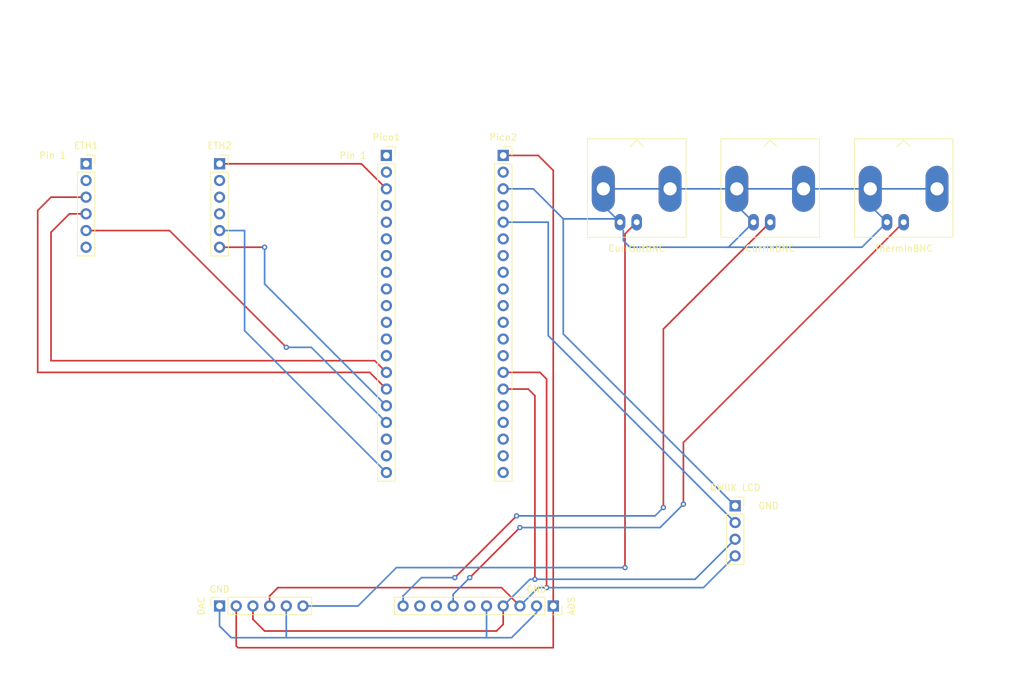
<source format=kicad_pcb>
(kicad_pcb (version 20171130) (host pcbnew "(5.1.10)-1")

  (general
    (thickness 1.6)
    (drawings 5)
    (tracks 129)
    (zones 0)
    (modules 10)
    (nets 1)
  )

  (page A4)
  (layers
    (0 F.Cu signal)
    (31 B.Cu signal)
    (32 B.Adhes user)
    (33 F.Adhes user)
    (34 B.Paste user)
    (35 F.Paste user)
    (36 B.SilkS user)
    (37 F.SilkS user)
    (38 B.Mask user)
    (39 F.Mask user)
    (40 Dwgs.User user)
    (41 Cmts.User user)
    (42 Eco1.User user)
    (43 Eco2.User user)
    (44 Edge.Cuts user)
    (45 Margin user)
    (46 B.CrtYd user)
    (47 F.CrtYd user)
    (48 B.Fab user)
    (49 F.Fab user)
  )

  (setup
    (last_trace_width 0.25)
    (trace_clearance 0.2)
    (zone_clearance 0.508)
    (zone_45_only no)
    (trace_min 0.2)
    (via_size 0.8)
    (via_drill 0.4)
    (via_min_size 0.4)
    (via_min_drill 0.3)
    (uvia_size 0.3)
    (uvia_drill 0.1)
    (uvias_allowed no)
    (uvia_min_size 0.2)
    (uvia_min_drill 0.1)
    (edge_width 0.05)
    (segment_width 0.2)
    (pcb_text_width 0.3)
    (pcb_text_size 1.5 1.5)
    (mod_edge_width 0.12)
    (mod_text_size 1 1)
    (mod_text_width 0.15)
    (pad_size 1.524 1.524)
    (pad_drill 0.762)
    (pad_to_mask_clearance 0)
    (aux_axis_origin 0 0)
    (visible_elements FFFFFF7F)
    (pcbplotparams
      (layerselection 0x010fc_ffffffff)
      (usegerberextensions false)
      (usegerberattributes true)
      (usegerberadvancedattributes true)
      (creategerberjobfile true)
      (excludeedgelayer true)
      (linewidth 0.100000)
      (plotframeref false)
      (viasonmask false)
      (mode 1)
      (useauxorigin false)
      (hpglpennumber 1)
      (hpglpenspeed 20)
      (hpglpendiameter 15.000000)
      (psnegative false)
      (psa4output false)
      (plotreference true)
      (plotvalue true)
      (plotinvisibletext false)
      (padsonsilk false)
      (subtractmaskfromsilk false)
      (outputformat 1)
      (mirror false)
      (drillshape 1)
      (scaleselection 1)
      (outputdirectory ""))
  )

  (net 0 "")

  (net_class Default "This is the default net class."
    (clearance 0.2)
    (trace_width 0.25)
    (via_dia 0.8)
    (via_drill 0.4)
    (uvia_dia 0.3)
    (uvia_drill 0.1)
  )

  (module Connector_Coaxial:BNC_Amphenol_B6252HB-NPP3G-50_Horizontal (layer F.Cu) (tedit 5C13907B) (tstamp 60D3E17E)
    (at 274.32 25.4)
    (descr http://www.farnell.com/datasheets/612848.pdf)
    (tags "BNC Amphenol Horizontal")
    (fp_text reference ThermInBNC (at 0 4) (layer F.SilkS)
      (effects (font (size 1 1) (thickness 0.15)))
    )
    (fp_text value BNC_Amphenol_B6252HB-NPP3G-50_Horizontal (at 0 6 180) (layer F.Fab)
      (effects (font (size 1 1) (thickness 0.15)))
    )
    (fp_text user %R (at 0 0) (layer F.Fab)
      (effects (font (size 1 1) (thickness 0.15)))
    )
    (fp_line (start -5 -20) (end 5 -21) (layer F.Fab) (width 0.1))
    (fp_line (start -5 -19) (end 5 -20) (layer F.Fab) (width 0.1))
    (fp_line (start -5 -18) (end 5 -19) (layer F.Fab) (width 0.1))
    (fp_line (start -5 -17) (end 5 -18) (layer F.Fab) (width 0.1))
    (fp_line (start -5 -16) (end 5 -17) (layer F.Fab) (width 0.1))
    (fp_line (start -5 -15) (end 5 -16) (layer F.Fab) (width 0.1))
    (fp_circle (center 0 -28.07) (end 1 -28.07) (layer F.Fab) (width 0.1))
    (fp_line (start 4.8 -21.4) (end 4.8 -33.3) (layer F.Fab) (width 0.1))
    (fp_line (start 4.8 -33.3) (end -4.8 -33.3) (layer F.Fab) (width 0.1))
    (fp_line (start -4.8 -33.3) (end -4.8 -21.4) (layer F.Fab) (width 0.1))
    (fp_line (start 6.35 -12.7) (end 6.35 -21.4) (layer F.Fab) (width 0.1))
    (fp_line (start 6.35 -21.4) (end -6.35 -21.4) (layer F.Fab) (width 0.1))
    (fp_line (start -6.35 -21.4) (end -6.35 -12.7) (layer F.Fab) (width 0.1))
    (fp_line (start -7.35 2.2) (end 7.35 2.2) (layer F.Fab) (width 0.1))
    (fp_line (start 7.35 2.2) (end 7.35 -12.7) (layer F.Fab) (width 0.1))
    (fp_line (start 7.35 -12.7) (end -7.35 -12.7) (layer F.Fab) (width 0.1))
    (fp_line (start -7.35 -12.7) (end -7.35 2.2) (layer F.Fab) (width 0.1))
    (fp_line (start -5 -14) (end 5 -15) (layer F.Fab) (width 0.1))
    (fp_line (start -7.5 -12.7) (end 7.5 -12.7) (layer F.SilkS) (width 0.12))
    (fp_line (start 7.5 -12.7) (end 7.5 2.3) (layer F.SilkS) (width 0.12))
    (fp_line (start 7.5 2.3) (end -7.5 2.3) (layer F.SilkS) (width 0.12))
    (fp_line (start -7.5 2.3) (end -7.5 -12.7) (layer F.SilkS) (width 0.12))
    (fp_line (start -7.85 2.7) (end 7.85 2.7) (layer F.CrtYd) (width 0.05))
    (fp_line (start -7.85 2.7) (end -7.85 -33.8) (layer F.CrtYd) (width 0.05))
    (fp_line (start 7.85 -33.8) (end -7.85 -33.8) (layer F.CrtYd) (width 0.05))
    (fp_line (start 7.85 2.7) (end 7.85 -33.8) (layer F.CrtYd) (width 0.05))
    (fp_line (start 0 -12.5) (end -1 -11.5) (layer F.SilkS) (width 0.12))
    (fp_line (start 0 -12.5) (end 1 -11.5) (layer F.SilkS) (width 0.12))
    (pad 2 thru_hole oval (at -2.54 0) (size 1.6 2.5) (drill 0.89) (layers *.Cu *.Mask))
    (pad 1 thru_hole oval (at 0 0) (size 1.6 2.5) (drill 0.89) (layers *.Cu *.Mask))
    (pad 2 thru_hole oval (at 5.08 -5.08) (size 3.5 7) (drill 2.01) (layers *.Cu *.Mask))
    (pad 2 thru_hole oval (at -5.08 -5.08) (size 3.5 7) (drill 2.01) (layers *.Cu *.Mask))
    (model ${KISYS3DMOD}/Connector_Coaxial.3dshapes/BNC_Amphenol_B6252HB-NPP3G-50_Horizontal.wrl
      (at (xyz 0 0 0))
      (scale (xyz 1 1 1))
      (rotate (xyz 0 0 0))
    )
  )

  (module Connector_Coaxial:BNC_Amphenol_B6252HB-NPP3G-50_Horizontal (layer F.Cu) (tedit 5C13907B) (tstamp 60D3E0C9)
    (at 254 25.4)
    (descr http://www.farnell.com/datasheets/612848.pdf)
    (tags "BNC Amphenol Horizontal")
    (fp_text reference CurrInBNC (at 0 4) (layer F.SilkS)
      (effects (font (size 1 1) (thickness 0.15)))
    )
    (fp_text value BNC_Amphenol_B6252HB-NPP3G-50_Horizontal (at 0 6 180) (layer F.Fab)
      (effects (font (size 1 1) (thickness 0.15)))
    )
    (fp_text user %R (at 0 0) (layer F.Fab)
      (effects (font (size 1 1) (thickness 0.15)))
    )
    (fp_line (start -5 -20) (end 5 -21) (layer F.Fab) (width 0.1))
    (fp_line (start -5 -19) (end 5 -20) (layer F.Fab) (width 0.1))
    (fp_line (start -5 -18) (end 5 -19) (layer F.Fab) (width 0.1))
    (fp_line (start -5 -17) (end 5 -18) (layer F.Fab) (width 0.1))
    (fp_line (start -5 -16) (end 5 -17) (layer F.Fab) (width 0.1))
    (fp_line (start -5 -15) (end 5 -16) (layer F.Fab) (width 0.1))
    (fp_circle (center 0 -28.07) (end 1 -28.07) (layer F.Fab) (width 0.1))
    (fp_line (start 4.8 -21.4) (end 4.8 -33.3) (layer F.Fab) (width 0.1))
    (fp_line (start 4.8 -33.3) (end -4.8 -33.3) (layer F.Fab) (width 0.1))
    (fp_line (start -4.8 -33.3) (end -4.8 -21.4) (layer F.Fab) (width 0.1))
    (fp_line (start 6.35 -12.7) (end 6.35 -21.4) (layer F.Fab) (width 0.1))
    (fp_line (start 6.35 -21.4) (end -6.35 -21.4) (layer F.Fab) (width 0.1))
    (fp_line (start -6.35 -21.4) (end -6.35 -12.7) (layer F.Fab) (width 0.1))
    (fp_line (start -7.35 2.2) (end 7.35 2.2) (layer F.Fab) (width 0.1))
    (fp_line (start 7.35 2.2) (end 7.35 -12.7) (layer F.Fab) (width 0.1))
    (fp_line (start 7.35 -12.7) (end -7.35 -12.7) (layer F.Fab) (width 0.1))
    (fp_line (start -7.35 -12.7) (end -7.35 2.2) (layer F.Fab) (width 0.1))
    (fp_line (start -5 -14) (end 5 -15) (layer F.Fab) (width 0.1))
    (fp_line (start -7.5 -12.7) (end 7.5 -12.7) (layer F.SilkS) (width 0.12))
    (fp_line (start 7.5 -12.7) (end 7.5 2.3) (layer F.SilkS) (width 0.12))
    (fp_line (start 7.5 2.3) (end -7.5 2.3) (layer F.SilkS) (width 0.12))
    (fp_line (start -7.5 2.3) (end -7.5 -12.7) (layer F.SilkS) (width 0.12))
    (fp_line (start -7.85 2.7) (end 7.85 2.7) (layer F.CrtYd) (width 0.05))
    (fp_line (start -7.85 2.7) (end -7.85 -33.8) (layer F.CrtYd) (width 0.05))
    (fp_line (start 7.85 -33.8) (end -7.85 -33.8) (layer F.CrtYd) (width 0.05))
    (fp_line (start 7.85 2.7) (end 7.85 -33.8) (layer F.CrtYd) (width 0.05))
    (fp_line (start 0 -12.5) (end -1 -11.5) (layer F.SilkS) (width 0.12))
    (fp_line (start 0 -12.5) (end 1 -11.5) (layer F.SilkS) (width 0.12))
    (pad 2 thru_hole oval (at -2.54 0) (size 1.6 2.5) (drill 0.89) (layers *.Cu *.Mask))
    (pad 1 thru_hole oval (at 0 0) (size 1.6 2.5) (drill 0.89) (layers *.Cu *.Mask))
    (pad 2 thru_hole oval (at 5.08 -5.08) (size 3.5 7) (drill 2.01) (layers *.Cu *.Mask))
    (pad 2 thru_hole oval (at -5.08 -5.08) (size 3.5 7) (drill 2.01) (layers *.Cu *.Mask))
    (model ${KISYS3DMOD}/Connector_Coaxial.3dshapes/BNC_Amphenol_B6252HB-NPP3G-50_Horizontal.wrl
      (at (xyz 0 0 0))
      (scale (xyz 1 1 1))
      (rotate (xyz 0 0 0))
    )
  )

  (module Connector_Coaxial:BNC_Amphenol_B6252HB-NPP3G-50_Horizontal (layer F.Cu) (tedit 5C13907B) (tstamp 60D3E014)
    (at 233.68 25.4)
    (descr http://www.farnell.com/datasheets/612848.pdf)
    (tags "BNC Amphenol Horizontal")
    (fp_text reference CurrOutBNC (at 0 4) (layer F.SilkS)
      (effects (font (size 1 1) (thickness 0.15)))
    )
    (fp_text value BNC_Amphenol_B6252HB-NPP3G-50_Horizontal (at 0 6 180) (layer F.Fab)
      (effects (font (size 1 1) (thickness 0.15)))
    )
    (fp_text user %R (at 0 0) (layer F.Fab)
      (effects (font (size 1 1) (thickness 0.15)))
    )
    (fp_line (start -5 -20) (end 5 -21) (layer F.Fab) (width 0.1))
    (fp_line (start -5 -19) (end 5 -20) (layer F.Fab) (width 0.1))
    (fp_line (start -5 -18) (end 5 -19) (layer F.Fab) (width 0.1))
    (fp_line (start -5 -17) (end 5 -18) (layer F.Fab) (width 0.1))
    (fp_line (start -5 -16) (end 5 -17) (layer F.Fab) (width 0.1))
    (fp_line (start -5 -15) (end 5 -16) (layer F.Fab) (width 0.1))
    (fp_circle (center 0 -28.07) (end 1 -28.07) (layer F.Fab) (width 0.1))
    (fp_line (start 4.8 -21.4) (end 4.8 -33.3) (layer F.Fab) (width 0.1))
    (fp_line (start 4.8 -33.3) (end -4.8 -33.3) (layer F.Fab) (width 0.1))
    (fp_line (start -4.8 -33.3) (end -4.8 -21.4) (layer F.Fab) (width 0.1))
    (fp_line (start 6.35 -12.7) (end 6.35 -21.4) (layer F.Fab) (width 0.1))
    (fp_line (start 6.35 -21.4) (end -6.35 -21.4) (layer F.Fab) (width 0.1))
    (fp_line (start -6.35 -21.4) (end -6.35 -12.7) (layer F.Fab) (width 0.1))
    (fp_line (start -7.35 2.2) (end 7.35 2.2) (layer F.Fab) (width 0.1))
    (fp_line (start 7.35 2.2) (end 7.35 -12.7) (layer F.Fab) (width 0.1))
    (fp_line (start 7.35 -12.7) (end -7.35 -12.7) (layer F.Fab) (width 0.1))
    (fp_line (start -7.35 -12.7) (end -7.35 2.2) (layer F.Fab) (width 0.1))
    (fp_line (start -5 -14) (end 5 -15) (layer F.Fab) (width 0.1))
    (fp_line (start -7.5 -12.7) (end 7.5 -12.7) (layer F.SilkS) (width 0.12))
    (fp_line (start 7.5 -12.7) (end 7.5 2.3) (layer F.SilkS) (width 0.12))
    (fp_line (start 7.5 2.3) (end -7.5 2.3) (layer F.SilkS) (width 0.12))
    (fp_line (start -7.5 2.3) (end -7.5 -12.7) (layer F.SilkS) (width 0.12))
    (fp_line (start -7.85 2.7) (end 7.85 2.7) (layer F.CrtYd) (width 0.05))
    (fp_line (start -7.85 2.7) (end -7.85 -33.8) (layer F.CrtYd) (width 0.05))
    (fp_line (start 7.85 -33.8) (end -7.85 -33.8) (layer F.CrtYd) (width 0.05))
    (fp_line (start 7.85 2.7) (end 7.85 -33.8) (layer F.CrtYd) (width 0.05))
    (fp_line (start 0 -12.5) (end -1 -11.5) (layer F.SilkS) (width 0.12))
    (fp_line (start 0 -12.5) (end 1 -11.5) (layer F.SilkS) (width 0.12))
    (pad 2 thru_hole oval (at -2.54 0) (size 1.6 2.5) (drill 0.89) (layers *.Cu *.Mask))
    (pad 1 thru_hole oval (at 0 0) (size 1.6 2.5) (drill 0.89) (layers *.Cu *.Mask))
    (pad 2 thru_hole oval (at 5.08 -5.08) (size 3.5 7) (drill 2.01) (layers *.Cu *.Mask))
    (pad 2 thru_hole oval (at -5.08 -5.08) (size 3.5 7) (drill 2.01) (layers *.Cu *.Mask))
    (model ${KISYS3DMOD}/Connector_Coaxial.3dshapes/BNC_Amphenol_B6252HB-NPP3G-50_Horizontal.wrl
      (at (xyz 0 0 0))
      (scale (xyz 1 1 1))
      (rotate (xyz 0 0 0))
    )
  )

  (module Connector_PinSocket_2.54mm:PinSocket_1x04_P2.54mm_Vertical (layer F.Cu) (tedit 5A19A429) (tstamp 60D3D718)
    (at 248.666 68.58)
    (descr "Through hole straight socket strip, 1x04, 2.54mm pitch, single row (from Kicad 4.0.7), script generated")
    (tags "Through hole socket strip THT 1x04 2.54mm single row")
    (fp_text reference "QWIIK LCD" (at 0 -2.77) (layer F.SilkS)
      (effects (font (size 1 1) (thickness 0.15)))
    )
    (fp_text value PinSocket_1x04_P2.54mm_Vertical (at 0 10.39) (layer F.Fab)
      (effects (font (size 1 1) (thickness 0.15)))
    )
    (fp_text user %R (at 0 3.81 90) (layer F.Fab)
      (effects (font (size 1 1) (thickness 0.15)))
    )
    (fp_line (start -1.27 -1.27) (end 0.635 -1.27) (layer F.Fab) (width 0.1))
    (fp_line (start 0.635 -1.27) (end 1.27 -0.635) (layer F.Fab) (width 0.1))
    (fp_line (start 1.27 -0.635) (end 1.27 8.89) (layer F.Fab) (width 0.1))
    (fp_line (start 1.27 8.89) (end -1.27 8.89) (layer F.Fab) (width 0.1))
    (fp_line (start -1.27 8.89) (end -1.27 -1.27) (layer F.Fab) (width 0.1))
    (fp_line (start -1.33 1.27) (end 1.33 1.27) (layer F.SilkS) (width 0.12))
    (fp_line (start -1.33 1.27) (end -1.33 8.95) (layer F.SilkS) (width 0.12))
    (fp_line (start -1.33 8.95) (end 1.33 8.95) (layer F.SilkS) (width 0.12))
    (fp_line (start 1.33 1.27) (end 1.33 8.95) (layer F.SilkS) (width 0.12))
    (fp_line (start 1.33 -1.33) (end 1.33 0) (layer F.SilkS) (width 0.12))
    (fp_line (start 0 -1.33) (end 1.33 -1.33) (layer F.SilkS) (width 0.12))
    (fp_line (start -1.8 -1.8) (end 1.75 -1.8) (layer F.CrtYd) (width 0.05))
    (fp_line (start 1.75 -1.8) (end 1.75 9.4) (layer F.CrtYd) (width 0.05))
    (fp_line (start 1.75 9.4) (end -1.8 9.4) (layer F.CrtYd) (width 0.05))
    (fp_line (start -1.8 9.4) (end -1.8 -1.8) (layer F.CrtYd) (width 0.05))
    (pad 4 thru_hole oval (at 0 7.62) (size 1.7 1.7) (drill 1) (layers *.Cu *.Mask))
    (pad 3 thru_hole oval (at 0 5.08) (size 1.7 1.7) (drill 1) (layers *.Cu *.Mask))
    (pad 2 thru_hole oval (at 0 2.54) (size 1.7 1.7) (drill 1) (layers *.Cu *.Mask))
    (pad 1 thru_hole rect (at 0 0) (size 1.7 1.7) (drill 1) (layers *.Cu *.Mask))
    (model ${KISYS3DMOD}/Connector_PinSocket_2.54mm.3dshapes/PinSocket_1x04_P2.54mm_Vertical.wrl
      (at (xyz 0 0 0))
      (scale (xyz 1 1 1))
      (rotate (xyz 0 0 0))
    )
  )

  (module Connector_PinSocket_2.54mm:PinSocket_1x20_P2.54mm_Vertical (layer F.Cu) (tedit 5A19A41E) (tstamp 60D3D47F)
    (at 213.36 15.24)
    (descr "Through hole straight socket strip, 1x20, 2.54mm pitch, single row (from Kicad 4.0.7), script generated")
    (tags "Through hole socket strip THT 1x20 2.54mm single row")
    (fp_text reference Pico2 (at 0 -2.77) (layer F.SilkS)
      (effects (font (size 1 1) (thickness 0.15)))
    )
    (fp_text value PinSocket_1x20_P2.54mm_Vertical (at 0 51.03) (layer F.Fab)
      (effects (font (size 1 1) (thickness 0.15)))
    )
    (fp_text user %R (at 0 24.13 90) (layer F.Fab)
      (effects (font (size 1 1) (thickness 0.15)))
    )
    (fp_line (start -1.27 -1.27) (end 0.635 -1.27) (layer F.Fab) (width 0.1))
    (fp_line (start 0.635 -1.27) (end 1.27 -0.635) (layer F.Fab) (width 0.1))
    (fp_line (start 1.27 -0.635) (end 1.27 49.53) (layer F.Fab) (width 0.1))
    (fp_line (start 1.27 49.53) (end -1.27 49.53) (layer F.Fab) (width 0.1))
    (fp_line (start -1.27 49.53) (end -1.27 -1.27) (layer F.Fab) (width 0.1))
    (fp_line (start -1.33 1.27) (end 1.33 1.27) (layer F.SilkS) (width 0.12))
    (fp_line (start -1.33 1.27) (end -1.33 49.59) (layer F.SilkS) (width 0.12))
    (fp_line (start -1.33 49.59) (end 1.33 49.59) (layer F.SilkS) (width 0.12))
    (fp_line (start 1.33 1.27) (end 1.33 49.59) (layer F.SilkS) (width 0.12))
    (fp_line (start 1.33 -1.33) (end 1.33 0) (layer F.SilkS) (width 0.12))
    (fp_line (start 0 -1.33) (end 1.33 -1.33) (layer F.SilkS) (width 0.12))
    (fp_line (start -1.8 -1.8) (end 1.75 -1.8) (layer F.CrtYd) (width 0.05))
    (fp_line (start 1.75 -1.8) (end 1.75 50) (layer F.CrtYd) (width 0.05))
    (fp_line (start 1.75 50) (end -1.8 50) (layer F.CrtYd) (width 0.05))
    (fp_line (start -1.8 50) (end -1.8 -1.8) (layer F.CrtYd) (width 0.05))
    (pad 20 thru_hole oval (at 0 48.26) (size 1.7 1.7) (drill 1) (layers *.Cu *.Mask))
    (pad 19 thru_hole oval (at 0 45.72) (size 1.7 1.7) (drill 1) (layers *.Cu *.Mask))
    (pad 18 thru_hole oval (at 0 43.18) (size 1.7 1.7) (drill 1) (layers *.Cu *.Mask))
    (pad 17 thru_hole oval (at 0 40.64) (size 1.7 1.7) (drill 1) (layers *.Cu *.Mask))
    (pad 16 thru_hole oval (at 0 38.1) (size 1.7 1.7) (drill 1) (layers *.Cu *.Mask))
    (pad 15 thru_hole oval (at 0 35.56) (size 1.7 1.7) (drill 1) (layers *.Cu *.Mask))
    (pad 14 thru_hole oval (at 0 33.02) (size 1.7 1.7) (drill 1) (layers *.Cu *.Mask))
    (pad 13 thru_hole oval (at 0 30.48) (size 1.7 1.7) (drill 1) (layers *.Cu *.Mask))
    (pad 12 thru_hole oval (at 0 27.94) (size 1.7 1.7) (drill 1) (layers *.Cu *.Mask))
    (pad 11 thru_hole oval (at 0 25.4) (size 1.7 1.7) (drill 1) (layers *.Cu *.Mask))
    (pad 10 thru_hole oval (at 0 22.86) (size 1.7 1.7) (drill 1) (layers *.Cu *.Mask))
    (pad 9 thru_hole oval (at 0 20.32) (size 1.7 1.7) (drill 1) (layers *.Cu *.Mask))
    (pad 8 thru_hole oval (at 0 17.78) (size 1.7 1.7) (drill 1) (layers *.Cu *.Mask))
    (pad 7 thru_hole oval (at 0 15.24) (size 1.7 1.7) (drill 1) (layers *.Cu *.Mask))
    (pad 6 thru_hole oval (at 0 12.7) (size 1.7 1.7) (drill 1) (layers *.Cu *.Mask))
    (pad 5 thru_hole oval (at 0 10.16) (size 1.7 1.7) (drill 1) (layers *.Cu *.Mask))
    (pad 4 thru_hole oval (at 0 7.62) (size 1.7 1.7) (drill 1) (layers *.Cu *.Mask))
    (pad 3 thru_hole oval (at 0 5.08) (size 1.7 1.7) (drill 1) (layers *.Cu *.Mask))
    (pad 2 thru_hole oval (at 0 2.54) (size 1.7 1.7) (drill 1) (layers *.Cu *.Mask))
    (pad 1 thru_hole rect (at 0 0) (size 1.7 1.7) (drill 1) (layers *.Cu *.Mask))
    (model ${KISYS3DMOD}/Connector_PinSocket_2.54mm.3dshapes/PinSocket_1x20_P2.54mm_Vertical.wrl
      (at (xyz 0 0 0))
      (scale (xyz 1 1 1))
      (rotate (xyz 0 0 0))
    )
  )

  (module Connector_PinSocket_2.54mm:PinSocket_1x20_P2.54mm_Vertical (layer F.Cu) (tedit 5A19A41E) (tstamp 60D3D394)
    (at 195.58 15.24)
    (descr "Through hole straight socket strip, 1x20, 2.54mm pitch, single row (from Kicad 4.0.7), script generated")
    (tags "Through hole socket strip THT 1x20 2.54mm single row")
    (fp_text reference Pico1 (at 0 -2.77) (layer F.SilkS)
      (effects (font (size 1 1) (thickness 0.15)))
    )
    (fp_text value PinSocket_1x20_P2.54mm_Vertical (at 0 51.03) (layer F.Fab)
      (effects (font (size 1 1) (thickness 0.15)))
    )
    (fp_text user %R (at 0 24.13 90) (layer F.Fab)
      (effects (font (size 1 1) (thickness 0.15)))
    )
    (fp_line (start -1.27 -1.27) (end 0.635 -1.27) (layer F.Fab) (width 0.1))
    (fp_line (start 0.635 -1.27) (end 1.27 -0.635) (layer F.Fab) (width 0.1))
    (fp_line (start 1.27 -0.635) (end 1.27 49.53) (layer F.Fab) (width 0.1))
    (fp_line (start 1.27 49.53) (end -1.27 49.53) (layer F.Fab) (width 0.1))
    (fp_line (start -1.27 49.53) (end -1.27 -1.27) (layer F.Fab) (width 0.1))
    (fp_line (start -1.33 1.27) (end 1.33 1.27) (layer F.SilkS) (width 0.12))
    (fp_line (start -1.33 1.27) (end -1.33 49.59) (layer F.SilkS) (width 0.12))
    (fp_line (start -1.33 49.59) (end 1.33 49.59) (layer F.SilkS) (width 0.12))
    (fp_line (start 1.33 1.27) (end 1.33 49.59) (layer F.SilkS) (width 0.12))
    (fp_line (start 1.33 -1.33) (end 1.33 0) (layer F.SilkS) (width 0.12))
    (fp_line (start 0 -1.33) (end 1.33 -1.33) (layer F.SilkS) (width 0.12))
    (fp_line (start -1.8 -1.8) (end 1.75 -1.8) (layer F.CrtYd) (width 0.05))
    (fp_line (start 1.75 -1.8) (end 1.75 50) (layer F.CrtYd) (width 0.05))
    (fp_line (start 1.75 50) (end -1.8 50) (layer F.CrtYd) (width 0.05))
    (fp_line (start -1.8 50) (end -1.8 -1.8) (layer F.CrtYd) (width 0.05))
    (pad 20 thru_hole oval (at 0 48.26) (size 1.7 1.7) (drill 1) (layers *.Cu *.Mask))
    (pad 19 thru_hole oval (at 0 45.72) (size 1.7 1.7) (drill 1) (layers *.Cu *.Mask))
    (pad 18 thru_hole oval (at 0 43.18) (size 1.7 1.7) (drill 1) (layers *.Cu *.Mask))
    (pad 17 thru_hole oval (at 0 40.64) (size 1.7 1.7) (drill 1) (layers *.Cu *.Mask))
    (pad 16 thru_hole oval (at 0 38.1) (size 1.7 1.7) (drill 1) (layers *.Cu *.Mask))
    (pad 15 thru_hole oval (at 0 35.56) (size 1.7 1.7) (drill 1) (layers *.Cu *.Mask))
    (pad 14 thru_hole oval (at 0 33.02) (size 1.7 1.7) (drill 1) (layers *.Cu *.Mask))
    (pad 13 thru_hole oval (at 0 30.48) (size 1.7 1.7) (drill 1) (layers *.Cu *.Mask))
    (pad 12 thru_hole oval (at 0 27.94) (size 1.7 1.7) (drill 1) (layers *.Cu *.Mask))
    (pad 11 thru_hole oval (at 0 25.4) (size 1.7 1.7) (drill 1) (layers *.Cu *.Mask))
    (pad 10 thru_hole oval (at 0 22.86) (size 1.7 1.7) (drill 1) (layers *.Cu *.Mask))
    (pad 9 thru_hole oval (at 0 20.32) (size 1.7 1.7) (drill 1) (layers *.Cu *.Mask))
    (pad 8 thru_hole oval (at 0 17.78) (size 1.7 1.7) (drill 1) (layers *.Cu *.Mask))
    (pad 7 thru_hole oval (at 0 15.24) (size 1.7 1.7) (drill 1) (layers *.Cu *.Mask))
    (pad 6 thru_hole oval (at 0 12.7) (size 1.7 1.7) (drill 1) (layers *.Cu *.Mask))
    (pad 5 thru_hole oval (at 0 10.16) (size 1.7 1.7) (drill 1) (layers *.Cu *.Mask))
    (pad 4 thru_hole oval (at 0 7.62) (size 1.7 1.7) (drill 1) (layers *.Cu *.Mask))
    (pad 3 thru_hole oval (at 0 5.08) (size 1.7 1.7) (drill 1) (layers *.Cu *.Mask))
    (pad 2 thru_hole oval (at 0 2.54) (size 1.7 1.7) (drill 1) (layers *.Cu *.Mask))
    (pad 1 thru_hole rect (at 0 0) (size 1.7 1.7) (drill 1) (layers *.Cu *.Mask))
    (model ${KISYS3DMOD}/Connector_PinSocket_2.54mm.3dshapes/PinSocket_1x20_P2.54mm_Vertical.wrl
      (at (xyz 0 0 0))
      (scale (xyz 1 1 1))
      (rotate (xyz 0 0 0))
    )
  )

  (module Connector_PinSocket_2.54mm:PinSocket_1x06_P2.54mm_Vertical (layer F.Cu) (tedit 5A19A430) (tstamp 60D3D19B)
    (at 170.18 16.51)
    (descr "Through hole straight socket strip, 1x06, 2.54mm pitch, single row (from Kicad 4.0.7), script generated")
    (tags "Through hole socket strip THT 1x06 2.54mm single row")
    (fp_text reference ETH2 (at 0 -2.77) (layer F.SilkS)
      (effects (font (size 1 1) (thickness 0.15)))
    )
    (fp_text value PinSocket_1x06_P2.54mm_Vertical (at 0 15.47) (layer F.Fab)
      (effects (font (size 1 1) (thickness 0.15)))
    )
    (fp_text user %R (at 0 6.35 90) (layer F.Fab)
      (effects (font (size 1 1) (thickness 0.15)))
    )
    (fp_line (start -1.27 -1.27) (end 0.635 -1.27) (layer F.Fab) (width 0.1))
    (fp_line (start 0.635 -1.27) (end 1.27 -0.635) (layer F.Fab) (width 0.1))
    (fp_line (start 1.27 -0.635) (end 1.27 13.97) (layer F.Fab) (width 0.1))
    (fp_line (start 1.27 13.97) (end -1.27 13.97) (layer F.Fab) (width 0.1))
    (fp_line (start -1.27 13.97) (end -1.27 -1.27) (layer F.Fab) (width 0.1))
    (fp_line (start -1.33 1.27) (end 1.33 1.27) (layer F.SilkS) (width 0.12))
    (fp_line (start -1.33 1.27) (end -1.33 14.03) (layer F.SilkS) (width 0.12))
    (fp_line (start -1.33 14.03) (end 1.33 14.03) (layer F.SilkS) (width 0.12))
    (fp_line (start 1.33 1.27) (end 1.33 14.03) (layer F.SilkS) (width 0.12))
    (fp_line (start 1.33 -1.33) (end 1.33 0) (layer F.SilkS) (width 0.12))
    (fp_line (start 0 -1.33) (end 1.33 -1.33) (layer F.SilkS) (width 0.12))
    (fp_line (start -1.8 -1.8) (end 1.75 -1.8) (layer F.CrtYd) (width 0.05))
    (fp_line (start 1.75 -1.8) (end 1.75 14.45) (layer F.CrtYd) (width 0.05))
    (fp_line (start 1.75 14.45) (end -1.8 14.45) (layer F.CrtYd) (width 0.05))
    (fp_line (start -1.8 14.45) (end -1.8 -1.8) (layer F.CrtYd) (width 0.05))
    (pad 6 thru_hole oval (at 0 12.7) (size 1.7 1.7) (drill 1) (layers *.Cu *.Mask))
    (pad 5 thru_hole oval (at 0 10.16) (size 1.7 1.7) (drill 1) (layers *.Cu *.Mask))
    (pad 4 thru_hole oval (at 0 7.62) (size 1.7 1.7) (drill 1) (layers *.Cu *.Mask))
    (pad 3 thru_hole oval (at 0 5.08) (size 1.7 1.7) (drill 1) (layers *.Cu *.Mask))
    (pad 2 thru_hole oval (at 0 2.54) (size 1.7 1.7) (drill 1) (layers *.Cu *.Mask))
    (pad 1 thru_hole rect (at 0 0) (size 1.7 1.7) (drill 1) (layers *.Cu *.Mask))
    (model ${KISYS3DMOD}/Connector_PinSocket_2.54mm.3dshapes/PinSocket_1x06_P2.54mm_Vertical.wrl
      (at (xyz 0 0 0))
      (scale (xyz 1 1 1))
      (rotate (xyz 0 0 0))
    )
  )

  (module Connector_PinSocket_2.54mm:PinSocket_1x06_P2.54mm_Vertical (layer F.Cu) (tedit 5A19A430) (tstamp 60D3D104)
    (at 149.86 16.51)
    (descr "Through hole straight socket strip, 1x06, 2.54mm pitch, single row (from Kicad 4.0.7), script generated")
    (tags "Through hole socket strip THT 1x06 2.54mm single row")
    (fp_text reference ETH1 (at 0 -2.77) (layer F.SilkS)
      (effects (font (size 1 1) (thickness 0.15)))
    )
    (fp_text value PinSocket_1x06_P2.54mm_Vertical (at 0 15.47) (layer F.Fab)
      (effects (font (size 1 1) (thickness 0.15)))
    )
    (fp_text user %R (at 0 6.35 90) (layer F.Fab)
      (effects (font (size 1 1) (thickness 0.15)))
    )
    (fp_line (start -1.27 -1.27) (end 0.635 -1.27) (layer F.Fab) (width 0.1))
    (fp_line (start 0.635 -1.27) (end 1.27 -0.635) (layer F.Fab) (width 0.1))
    (fp_line (start 1.27 -0.635) (end 1.27 13.97) (layer F.Fab) (width 0.1))
    (fp_line (start 1.27 13.97) (end -1.27 13.97) (layer F.Fab) (width 0.1))
    (fp_line (start -1.27 13.97) (end -1.27 -1.27) (layer F.Fab) (width 0.1))
    (fp_line (start -1.33 1.27) (end 1.33 1.27) (layer F.SilkS) (width 0.12))
    (fp_line (start -1.33 1.27) (end -1.33 14.03) (layer F.SilkS) (width 0.12))
    (fp_line (start -1.33 14.03) (end 1.33 14.03) (layer F.SilkS) (width 0.12))
    (fp_line (start 1.33 1.27) (end 1.33 14.03) (layer F.SilkS) (width 0.12))
    (fp_line (start 1.33 -1.33) (end 1.33 0) (layer F.SilkS) (width 0.12))
    (fp_line (start 0 -1.33) (end 1.33 -1.33) (layer F.SilkS) (width 0.12))
    (fp_line (start -1.8 -1.8) (end 1.75 -1.8) (layer F.CrtYd) (width 0.05))
    (fp_line (start 1.75 -1.8) (end 1.75 14.45) (layer F.CrtYd) (width 0.05))
    (fp_line (start 1.75 14.45) (end -1.8 14.45) (layer F.CrtYd) (width 0.05))
    (fp_line (start -1.8 14.45) (end -1.8 -1.8) (layer F.CrtYd) (width 0.05))
    (pad 6 thru_hole oval (at 0 12.7) (size 1.7 1.7) (drill 1) (layers *.Cu *.Mask))
    (pad 5 thru_hole oval (at 0 10.16) (size 1.7 1.7) (drill 1) (layers *.Cu *.Mask))
    (pad 4 thru_hole oval (at 0 7.62) (size 1.7 1.7) (drill 1) (layers *.Cu *.Mask))
    (pad 3 thru_hole oval (at 0 5.08) (size 1.7 1.7) (drill 1) (layers *.Cu *.Mask))
    (pad 2 thru_hole oval (at 0 2.54) (size 1.7 1.7) (drill 1) (layers *.Cu *.Mask))
    (pad 1 thru_hole rect (at 0 0) (size 1.7 1.7) (drill 1) (layers *.Cu *.Mask))
    (model ${KISYS3DMOD}/Connector_PinSocket_2.54mm.3dshapes/PinSocket_1x06_P2.54mm_Vertical.wrl
      (at (xyz 0 0 0))
      (scale (xyz 1 1 1))
      (rotate (xyz 0 0 0))
    )
  )

  (module Connector_PinSocket_2.54mm:PinSocket_1x10_P2.54mm_Vertical (layer F.Cu) (tedit 5A19A425) (tstamp 60D3D006)
    (at 220.98 83.82 270)
    (descr "Through hole straight socket strip, 1x10, 2.54mm pitch, single row (from Kicad 4.0.7), script generated")
    (tags "Through hole socket strip THT 1x10 2.54mm single row")
    (fp_text reference ADS (at 0 -2.77 90) (layer F.SilkS)
      (effects (font (size 1 1) (thickness 0.15)))
    )
    (fp_text value PinSocket_1x10_P2.54mm_Vertical (at 0 25.63 90) (layer F.Fab)
      (effects (font (size 1 1) (thickness 0.15)))
    )
    (fp_text user %R (at 0 11.43) (layer F.Fab)
      (effects (font (size 1 1) (thickness 0.15)))
    )
    (fp_line (start -1.27 -1.27) (end 0.635 -1.27) (layer F.Fab) (width 0.1))
    (fp_line (start 0.635 -1.27) (end 1.27 -0.635) (layer F.Fab) (width 0.1))
    (fp_line (start 1.27 -0.635) (end 1.27 24.13) (layer F.Fab) (width 0.1))
    (fp_line (start 1.27 24.13) (end -1.27 24.13) (layer F.Fab) (width 0.1))
    (fp_line (start -1.27 24.13) (end -1.27 -1.27) (layer F.Fab) (width 0.1))
    (fp_line (start -1.33 1.27) (end 1.33 1.27) (layer F.SilkS) (width 0.12))
    (fp_line (start -1.33 1.27) (end -1.33 24.19) (layer F.SilkS) (width 0.12))
    (fp_line (start -1.33 24.19) (end 1.33 24.19) (layer F.SilkS) (width 0.12))
    (fp_line (start 1.33 1.27) (end 1.33 24.19) (layer F.SilkS) (width 0.12))
    (fp_line (start 1.33 -1.33) (end 1.33 0) (layer F.SilkS) (width 0.12))
    (fp_line (start 0 -1.33) (end 1.33 -1.33) (layer F.SilkS) (width 0.12))
    (fp_line (start -1.8 -1.8) (end 1.75 -1.8) (layer F.CrtYd) (width 0.05))
    (fp_line (start 1.75 -1.8) (end 1.75 24.6) (layer F.CrtYd) (width 0.05))
    (fp_line (start 1.75 24.6) (end -1.8 24.6) (layer F.CrtYd) (width 0.05))
    (fp_line (start -1.8 24.6) (end -1.8 -1.8) (layer F.CrtYd) (width 0.05))
    (pad 10 thru_hole oval (at 0 22.86 270) (size 1.7 1.7) (drill 1) (layers *.Cu *.Mask))
    (pad 9 thru_hole oval (at 0 20.32 270) (size 1.7 1.7) (drill 1) (layers *.Cu *.Mask))
    (pad 8 thru_hole oval (at 0 17.78 270) (size 1.7 1.7) (drill 1) (layers *.Cu *.Mask))
    (pad 7 thru_hole oval (at 0 15.24 270) (size 1.7 1.7) (drill 1) (layers *.Cu *.Mask))
    (pad 6 thru_hole oval (at 0 12.7 270) (size 1.7 1.7) (drill 1) (layers *.Cu *.Mask))
    (pad 5 thru_hole oval (at 0 10.16 270) (size 1.7 1.7) (drill 1) (layers *.Cu *.Mask))
    (pad 4 thru_hole oval (at 0 7.62 270) (size 1.7 1.7) (drill 1) (layers *.Cu *.Mask))
    (pad 3 thru_hole oval (at 0 5.08 270) (size 1.7 1.7) (drill 1) (layers *.Cu *.Mask))
    (pad 2 thru_hole oval (at 0 2.54 270) (size 1.7 1.7) (drill 1) (layers *.Cu *.Mask))
    (pad 1 thru_hole rect (at 0 0 270) (size 1.7 1.7) (drill 1) (layers *.Cu *.Mask))
    (model ${KISYS3DMOD}/Connector_PinSocket_2.54mm.3dshapes/PinSocket_1x10_P2.54mm_Vertical.wrl
      (at (xyz 0 0 0))
      (scale (xyz 1 1 1))
      (rotate (xyz 0 0 0))
    )
  )

  (module Connector_PinSocket_2.54mm:PinSocket_1x06_P2.54mm_Vertical (layer F.Cu) (tedit 5A19A430) (tstamp 60D3CEE6)
    (at 170.18 83.82 90)
    (descr "Through hole straight socket strip, 1x06, 2.54mm pitch, single row (from Kicad 4.0.7), script generated")
    (tags "Through hole socket strip THT 1x06 2.54mm single row")
    (fp_text reference DAC (at 0 -2.77 90) (layer F.SilkS)
      (effects (font (size 1 1) (thickness 0.15)))
    )
    (fp_text value PinSocket_1x06_P2.54mm_Vertical (at 0 15.47 90) (layer F.Fab)
      (effects (font (size 1 1) (thickness 0.15)))
    )
    (fp_text user %R (at 0 6.35) (layer F.Fab)
      (effects (font (size 1 1) (thickness 0.15)))
    )
    (fp_line (start -1.27 -1.27) (end 0.635 -1.27) (layer F.Fab) (width 0.1))
    (fp_line (start 0.635 -1.27) (end 1.27 -0.635) (layer F.Fab) (width 0.1))
    (fp_line (start 1.27 -0.635) (end 1.27 13.97) (layer F.Fab) (width 0.1))
    (fp_line (start 1.27 13.97) (end -1.27 13.97) (layer F.Fab) (width 0.1))
    (fp_line (start -1.27 13.97) (end -1.27 -1.27) (layer F.Fab) (width 0.1))
    (fp_line (start -1.33 1.27) (end 1.33 1.27) (layer F.SilkS) (width 0.12))
    (fp_line (start -1.33 1.27) (end -1.33 14.03) (layer F.SilkS) (width 0.12))
    (fp_line (start -1.33 14.03) (end 1.33 14.03) (layer F.SilkS) (width 0.12))
    (fp_line (start 1.33 1.27) (end 1.33 14.03) (layer F.SilkS) (width 0.12))
    (fp_line (start 1.33 -1.33) (end 1.33 0) (layer F.SilkS) (width 0.12))
    (fp_line (start 0 -1.33) (end 1.33 -1.33) (layer F.SilkS) (width 0.12))
    (fp_line (start -1.8 -1.8) (end 1.75 -1.8) (layer F.CrtYd) (width 0.05))
    (fp_line (start 1.75 -1.8) (end 1.75 14.45) (layer F.CrtYd) (width 0.05))
    (fp_line (start 1.75 14.45) (end -1.8 14.45) (layer F.CrtYd) (width 0.05))
    (fp_line (start -1.8 14.45) (end -1.8 -1.8) (layer F.CrtYd) (width 0.05))
    (pad 6 thru_hole oval (at 0 12.7 90) (size 1.7 1.7) (drill 1) (layers *.Cu *.Mask))
    (pad 5 thru_hole oval (at 0 10.16 90) (size 1.7 1.7) (drill 1) (layers *.Cu *.Mask))
    (pad 4 thru_hole oval (at 0 7.62 90) (size 1.7 1.7) (drill 1) (layers *.Cu *.Mask))
    (pad 3 thru_hole oval (at 0 5.08 90) (size 1.7 1.7) (drill 1) (layers *.Cu *.Mask))
    (pad 2 thru_hole oval (at 0 2.54 90) (size 1.7 1.7) (drill 1) (layers *.Cu *.Mask))
    (pad 1 thru_hole rect (at 0 0 90) (size 1.7 1.7) (drill 1) (layers *.Cu *.Mask))
    (model ${KISYS3DMOD}/Connector_PinSocket_2.54mm.3dshapes/PinSocket_1x06_P2.54mm_Vertical.wrl
      (at (xyz 0 0 0))
      (scale (xyz 1 1 1))
      (rotate (xyz 0 0 0))
    )
  )

  (gr_text "Pin 1" (at 144.78 15.24) (layer F.SilkS)
    (effects (font (size 1 1) (thickness 0.15)))
  )
  (gr_text "Pin 1" (at 190.5 15.24) (layer F.SilkS)
    (effects (font (size 1 1) (thickness 0.15)))
  )
  (gr_text GND (at 253.746 68.58) (layer F.SilkS)
    (effects (font (size 1 1) (thickness 0.15)))
  )
  (gr_text GND (at 218.44 81.28) (layer F.SilkS)
    (effects (font (size 1 1) (thickness 0.15)))
  )
  (gr_text GND (at 170.18 81.28) (layer F.SilkS)
    (effects (font (size 1 1) (thickness 0.15)))
  )

  (segment (start 173.99 41.91) (end 195.58 63.5) (width 0.25) (layer B.Cu) (net 0))
  (segment (start 173.99 26.67) (end 173.99 41.91) (width 0.25) (layer B.Cu) (net 0))
  (segment (start 177.038 29.21) (end 177.038 29.21) (width 0.25) (layer F.Cu) (net 0) (tstamp 60D3E26E))
  (segment (start 177.038 34.798) (end 195.58 53.34) (width 0.25) (layer B.Cu) (net 0))
  (segment (start 177.038 29.21) (end 177.038 34.798) (width 0.25) (layer B.Cu) (net 0))
  (segment (start 149.86 21.59) (end 144.526 21.59) (width 0.25) (layer F.Cu) (net 0))
  (segment (start 144.526 21.59) (end 142.494 23.622) (width 0.25) (layer F.Cu) (net 0))
  (segment (start 142.494 23.622) (end 142.494 48.26) (width 0.25) (layer F.Cu) (net 0))
  (segment (start 193.04 48.26) (end 195.58 50.8) (width 0.25) (layer F.Cu) (net 0))
  (segment (start 142.494 48.26) (end 193.04 48.26) (width 0.25) (layer F.Cu) (net 0))
  (segment (start 193.802 46.482) (end 195.58 48.26) (width 0.25) (layer F.Cu) (net 0))
  (segment (start 144.526 46.482) (end 193.802 46.482) (width 0.25) (layer F.Cu) (net 0))
  (segment (start 144.526 26.924) (end 144.526 46.482) (width 0.25) (layer F.Cu) (net 0))
  (segment (start 147.32 24.13) (end 144.526 26.924) (width 0.25) (layer F.Cu) (net 0))
  (segment (start 149.86 24.13) (end 147.32 24.13) (width 0.25) (layer F.Cu) (net 0))
  (segment (start 149.86 26.67) (end 162.56 26.67) (width 0.25) (layer F.Cu) (net 0))
  (segment (start 162.56 26.67) (end 180.34 44.45) (width 0.25) (layer F.Cu) (net 0))
  (segment (start 180.34 44.45) (end 180.34 44.45) (width 0.25) (layer F.Cu) (net 0) (tstamp 60D3E29C))
  (via (at 180.34 44.45) (size 0.8) (drill 0.4) (layers F.Cu B.Cu) (net 0))
  (segment (start 184.15 44.45) (end 195.58 55.88) (width 0.25) (layer B.Cu) (net 0))
  (segment (start 180.34 44.45) (end 184.15 44.45) (width 0.25) (layer B.Cu) (net 0))
  (segment (start 191.77 16.51) (end 195.58 20.32) (width 0.25) (layer F.Cu) (net 0))
  (segment (start 170.18 16.51) (end 191.77 16.51) (width 0.25) (layer F.Cu) (net 0))
  (segment (start 170.18 29.21) (end 177.038 29.21) (width 0.25) (layer F.Cu) (net 0))
  (via (at 177.038 29.21) (size 0.8) (drill 0.4) (layers F.Cu B.Cu) (net 0))
  (segment (start 170.18 26.67) (end 173.99 26.67) (width 0.25) (layer B.Cu) (net 0))
  (segment (start 213.36 25.4) (end 220.218 25.4) (width 0.25) (layer B.Cu) (net 0))
  (segment (start 220.218 42.672) (end 248.666 71.12) (width 0.25) (layer B.Cu) (net 0))
  (segment (start 220.218 25.4) (end 220.218 42.672) (width 0.25) (layer B.Cu) (net 0))
  (segment (start 213.36 20.32) (end 217.932 20.32) (width 0.25) (layer B.Cu) (net 0))
  (segment (start 217.932 20.32) (end 222.504 24.892) (width 0.25) (layer B.Cu) (net 0))
  (segment (start 222.504 42.418) (end 248.666 68.58) (width 0.25) (layer B.Cu) (net 0))
  (segment (start 222.504 24.892) (end 222.504 42.418) (width 0.25) (layer B.Cu) (net 0))
  (segment (start 213.36 15.24) (end 218.694 15.24) (width 0.25) (layer F.Cu) (net 0))
  (segment (start 220.98 83.82) (end 220.98 17.526) (width 0.25) (layer F.Cu) (net 0))
  (segment (start 220.98 17.526) (end 218.694 15.24) (width 0.25) (layer F.Cu) (net 0))
  (segment (start 172.974 90.17) (end 220.98 90.17) (width 0.25) (layer F.Cu) (net 0))
  (segment (start 220.98 90.17) (end 220.98 83.82) (width 0.25) (layer F.Cu) (net 0))
  (segment (start 172.72 89.916) (end 172.974 90.17) (width 0.25) (layer F.Cu) (net 0))
  (segment (start 172.72 83.82) (end 172.72 89.916) (width 0.25) (layer F.Cu) (net 0))
  (segment (start 170.18 83.82) (end 170.18 86.868) (width 0.25) (layer B.Cu) (net 0))
  (segment (start 170.18 86.868) (end 171.958 88.646) (width 0.25) (layer B.Cu) (net 0))
  (segment (start 218.44 84.836) (end 218.44 83.82) (width 0.25) (layer B.Cu) (net 0))
  (segment (start 214.63 88.646) (end 218.44 84.836) (width 0.25) (layer B.Cu) (net 0))
  (segment (start 175.26 83.82) (end 175.26 85.852) (width 0.25) (layer F.Cu) (net 0))
  (segment (start 175.26 85.852) (end 177.038 87.63) (width 0.25) (layer F.Cu) (net 0))
  (segment (start 177.038 87.63) (end 212.344 87.63) (width 0.25) (layer F.Cu) (net 0))
  (segment (start 212.344 87.63) (end 213.36 86.614) (width 0.25) (layer F.Cu) (net 0))
  (segment (start 213.36 86.614) (end 213.36 83.82) (width 0.25) (layer F.Cu) (net 0))
  (segment (start 177.8 83.82) (end 177.8 82.296) (width 0.25) (layer F.Cu) (net 0))
  (segment (start 177.8 82.296) (end 179.07 81.026) (width 0.25) (layer F.Cu) (net 0))
  (segment (start 213.106 81.026) (end 215.9 83.82) (width 0.25) (layer F.Cu) (net 0))
  (segment (start 179.07 81.026) (end 213.106 81.026) (width 0.25) (layer F.Cu) (net 0))
  (segment (start 180.34 83.82) (end 180.34 88.646) (width 0.25) (layer B.Cu) (net 0))
  (segment (start 171.958 88.646) (end 180.34 88.646) (width 0.25) (layer B.Cu) (net 0))
  (segment (start 182.88 83.82) (end 191.262 83.82) (width 0.25) (layer B.Cu) (net 0))
  (segment (start 191.262 83.82) (end 197.104 77.978) (width 0.25) (layer B.Cu) (net 0))
  (segment (start 197.104 77.978) (end 231.902 77.978) (width 0.25) (layer B.Cu) (net 0))
  (segment (start 231.902 77.978) (end 231.902 77.978) (width 0.25) (layer B.Cu) (net 0) (tstamp 60D3E30D))
  (via (at 231.902 77.978) (size 0.8) (drill 0.4) (layers F.Cu B.Cu) (net 0))
  (segment (start 231.902 27.178) (end 233.68 25.4) (width 0.25) (layer F.Cu) (net 0))
  (segment (start 231.902 77.978) (end 231.902 27.178) (width 0.25) (layer F.Cu) (net 0))
  (segment (start 230.632 24.892) (end 231.14 25.4) (width 0.25) (layer B.Cu) (net 0))
  (segment (start 222.504 24.892) (end 230.632 24.892) (width 0.25) (layer B.Cu) (net 0))
  (segment (start 231.648 26.67) (end 231.648 28.194) (width 0.25) (layer B.Cu) (net 0))
  (segment (start 231.648 28.194) (end 232.664 29.21) (width 0.25) (layer B.Cu) (net 0))
  (segment (start 247.65 29.21) (end 251.46 25.4) (width 0.25) (layer B.Cu) (net 0))
  (segment (start 267.97 29.21) (end 271.78 25.4) (width 0.25) (layer B.Cu) (net 0))
  (segment (start 247.396 29.21) (end 267.97 29.21) (width 0.25) (layer B.Cu) (net 0))
  (segment (start 232.664 29.21) (end 247.396 29.21) (width 0.25) (layer B.Cu) (net 0))
  (segment (start 247.396 29.21) (end 247.65 29.21) (width 0.25) (layer B.Cu) (net 0))
  (segment (start 243.84 81.026) (end 248.666 76.2) (width 0.25) (layer B.Cu) (net 0))
  (segment (start 218.694 81.026) (end 243.84 81.026) (width 0.25) (layer B.Cu) (net 0))
  (segment (start 215.9 83.82) (end 218.694 81.026) (width 0.25) (layer B.Cu) (net 0))
  (segment (start 213.36 83.82) (end 217.424 79.756) (width 0.25) (layer B.Cu) (net 0))
  (segment (start 242.57 79.756) (end 248.666 73.66) (width 0.25) (layer B.Cu) (net 0))
  (segment (start 217.424 79.756) (end 219.456 79.756) (width 0.25) (layer B.Cu) (net 0))
  (segment (start 210.82 83.82) (end 210.82 88.646) (width 0.25) (layer B.Cu) (net 0))
  (segment (start 210.82 88.646) (end 214.63 88.646) (width 0.25) (layer B.Cu) (net 0))
  (segment (start 180.34 88.646) (end 210.82 88.646) (width 0.25) (layer B.Cu) (net 0))
  (segment (start 208.28 79.502) (end 208.28 79.502) (width 0.25) (layer B.Cu) (net 0) (tstamp 60D3E30F))
  (via (at 208.28 79.502) (size 0.8) (drill 0.4) (layers F.Cu B.Cu) (net 0))
  (segment (start 208.28 79.502) (end 215.9 71.882) (width 0.25) (layer F.Cu) (net 0))
  (segment (start 215.9 71.882) (end 215.9 71.882) (width 0.25) (layer F.Cu) (net 0) (tstamp 60D3E311))
  (via (at 215.9 71.882) (size 0.8) (drill 0.4) (layers F.Cu B.Cu) (net 0))
  (segment (start 215.9 71.882) (end 237.236 71.882) (width 0.25) (layer B.Cu) (net 0))
  (segment (start 237.236 71.882) (end 240.792 68.326) (width 0.25) (layer B.Cu) (net 0))
  (segment (start 240.792 68.326) (end 240.792 68.326) (width 0.25) (layer B.Cu) (net 0) (tstamp 60D3E313))
  (via (at 240.792 68.326) (size 0.8) (drill 0.4) (layers F.Cu B.Cu) (net 0))
  (segment (start 240.792 58.928) (end 274.32 25.4) (width 0.25) (layer F.Cu) (net 0))
  (segment (start 240.792 68.326) (end 240.792 58.928) (width 0.25) (layer F.Cu) (net 0))
  (segment (start 205.74 82.042) (end 208.28 79.502) (width 0.25) (layer B.Cu) (net 0))
  (segment (start 205.74 83.82) (end 205.74 82.042) (width 0.25) (layer B.Cu) (net 0))
  (segment (start 198.12 83.82) (end 198.12 82.296) (width 0.25) (layer B.Cu) (net 0))
  (segment (start 198.12 82.296) (end 200.914 79.502) (width 0.25) (layer B.Cu) (net 0))
  (segment (start 200.914 79.502) (end 205.994 79.502) (width 0.25) (layer B.Cu) (net 0))
  (segment (start 205.994 79.502) (end 205.994 79.502) (width 0.25) (layer B.Cu) (net 0) (tstamp 60D3E316))
  (via (at 205.994 79.502) (size 0.8) (drill 0.4) (layers F.Cu B.Cu) (net 0))
  (segment (start 205.994 79.502) (end 215.392 70.104) (width 0.25) (layer F.Cu) (net 0))
  (segment (start 215.392 70.104) (end 215.392 70.104) (width 0.25) (layer F.Cu) (net 0) (tstamp 60D3E318))
  (via (at 215.392 70.104) (size 0.8) (drill 0.4) (layers F.Cu B.Cu) (net 0))
  (segment (start 215.392 70.104) (end 236.474 70.104) (width 0.25) (layer B.Cu) (net 0))
  (segment (start 236.474 70.104) (end 237.744 68.834) (width 0.25) (layer B.Cu) (net 0))
  (segment (start 237.744 68.834) (end 237.744 68.834) (width 0.25) (layer B.Cu) (net 0) (tstamp 60D3E31A))
  (via (at 237.744 68.834) (size 0.8) (drill 0.4) (layers F.Cu B.Cu) (net 0))
  (segment (start 237.744 41.656) (end 254 25.4) (width 0.25) (layer F.Cu) (net 0))
  (segment (start 237.744 68.834) (end 237.744 41.656) (width 0.25) (layer F.Cu) (net 0))
  (segment (start 219.456 79.756) (end 219.964 79.756) (width 0.25) (layer B.Cu) (net 0) (tstamp 60D3E31C))
  (via (at 218.186 79.756) (size 0.8) (drill 0.4) (layers F.Cu B.Cu) (net 0))
  (segment (start 218.186 79.756) (end 218.186 51.816) (width 0.25) (layer F.Cu) (net 0))
  (segment (start 219.964 79.756) (end 242.57 79.756) (width 0.25) (layer B.Cu) (net 0) (tstamp 60D3E325))
  (via (at 219.964 81.026) (size 0.8) (drill 0.4) (layers F.Cu B.Cu) (net 0))
  (segment (start 219.964 79.756) (end 219.964 49.276) (width 0.25) (layer F.Cu) (net 0))
  (segment (start 218.948 48.26) (end 213.36 48.26) (width 0.25) (layer F.Cu) (net 0))
  (segment (start 219.964 49.276) (end 218.948 48.26) (width 0.25) (layer F.Cu) (net 0))
  (segment (start 218.186 51.816) (end 217.17 50.8) (width 0.25) (layer F.Cu) (net 0))
  (segment (start 217.17 50.8) (end 213.36 50.8) (width 0.25) (layer F.Cu) (net 0))
  (segment (start 219.964 79.756) (end 219.964 81.026) (width 0.25) (layer F.Cu) (net 0))
  (segment (start 228.6 20.32) (end 238.76 20.32) (width 0.25) (layer B.Cu) (net 0))
  (segment (start 238.76 20.32) (end 248.92 20.32) (width 0.25) (layer B.Cu) (net 0))
  (segment (start 248.92 20.32) (end 259.08 20.32) (width 0.25) (layer B.Cu) (net 0))
  (segment (start 259.08 20.32) (end 269.24 20.32) (width 0.25) (layer B.Cu) (net 0))
  (segment (start 269.24 20.32) (end 279.4 20.32) (width 0.25) (layer B.Cu) (net 0))
  (segment (start 269.24 22.86) (end 271.78 25.4) (width 0.25) (layer B.Cu) (net 0))
  (segment (start 269.24 20.32) (end 269.24 22.86) (width 0.25) (layer B.Cu) (net 0))
  (segment (start 248.92 22.86) (end 251.46 25.4) (width 0.25) (layer B.Cu) (net 0))
  (segment (start 248.92 20.32) (end 248.92 22.86) (width 0.25) (layer B.Cu) (net 0))
  (segment (start 228.6 22.86) (end 231.14 25.4) (width 0.25) (layer B.Cu) (net 0))
  (segment (start 228.6 20.32) (end 228.6 22.86) (width 0.25) (layer B.Cu) (net 0))

)

</source>
